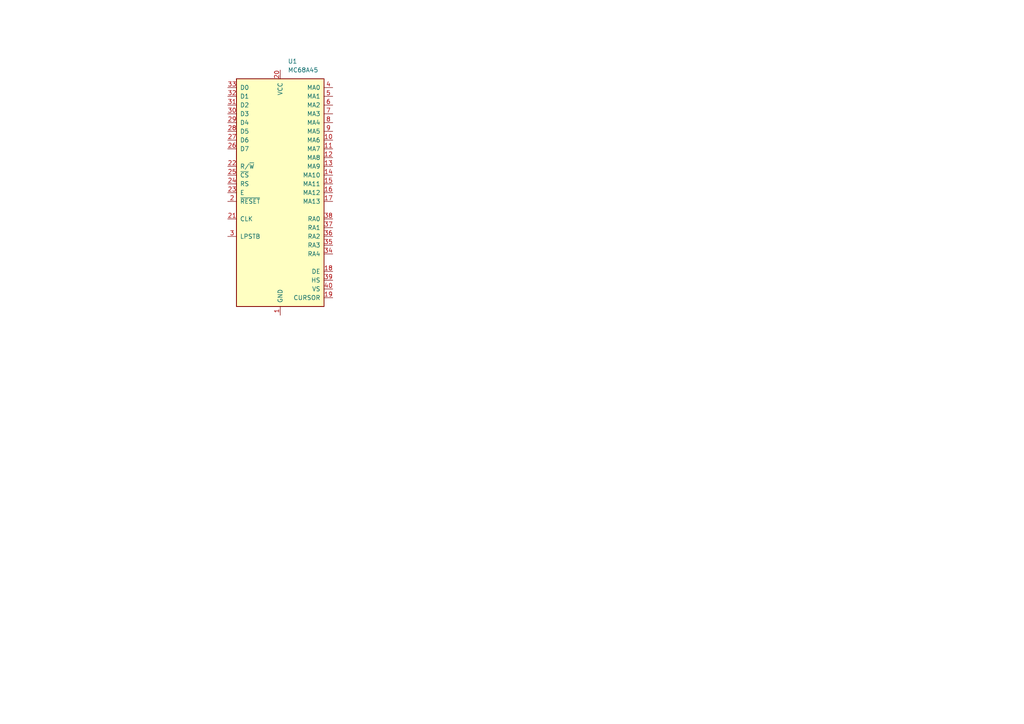
<source format=kicad_sch>
(kicad_sch (version 20231120) (generator "eeschema") (generator_version "8.0")
  (paper "A4")
  (lib_symbols
    (symbol "GPU:MC68A45" (pin_names (offset 1.016))
      (property "Reference" "U" (at -10.16 34.29 0))
      (property "Value" "MC68A45" (at 12.7 34.29 0))
      (symbol "MC68A45_0_1"
        (rectangle (start -12.7 -33.02) (end 12.7 33.02) (stroke (width 0.254)) (fill (type background)))
      )
      (symbol "MC68A45_1_1"
        (pin power_in line (at 0 -35.56 90) (length 2.54) (name "GND") (number "1"))
        (pin output line (at 15.24 15.24 180) (length 2.54) (name "MA6") (number "10"))
        (pin output line (at 15.24 12.7 180) (length 2.54) (name "MA7") (number "11"))
        (pin output line (at 15.24 10.16 180) (length 2.54) (name "MA8") (number "12"))
        (pin output line (at 15.24 7.62 180) (length 2.54) (name "MA9") (number "13"))
        (pin output line (at 15.24 5.08 180) (length 2.54) (name "MA10") (number "14"))
        (pin output line (at 15.24 2.54 180) (length 2.54) (name "MA11") (number "15"))
        (pin output line (at 15.24 0 180) (length 2.54) (name "MA12") (number "16"))
        (pin output line (at 15.24 -2.54 180) (length 2.54) (name "MA13") (number "17"))
        (pin output line (at 15.24 -22.86 180) (length 2.54) (name "DE") (number "18"))
        (pin output line (at 15.24 -30.48 180) (length 2.54) (name "CURSOR") (number "19"))
        (pin input line (at -15.24 -2.54 0) (length 2.54) (name "~{RESET}") (number "2"))
        (pin power_in line (at 0 35.56 270) (length 2.54) (name "VCC") (number "20"))
        (pin input line (at -15.24 -7.62 0) (length 2.54) (name "CLK") (number "21"))
        (pin input line (at -15.24 7.62 0) (length 2.54) (name "R/~{W}") (number "22"))
        (pin input line (at -15.24 0 0) (length 2.54) (name "E") (number "23"))
        (pin input line (at -15.24 2.54 0) (length 2.54) (name "RS") (number "24"))
        (pin input line (at -15.24 5.08 0) (length 2.54) (name "~{CS}") (number "25"))
        (pin bidirectional line (at -15.24 12.7 0) (length 2.54) (name "D7") (number "26"))
        (pin bidirectional line (at -15.24 15.24 0) (length 2.54) (name "D6") (number "27"))
        (pin bidirectional line (at -15.24 17.78 0) (length 2.54) (name "D5") (number "28"))
        (pin bidirectional line (at -15.24 20.32 0) (length 2.54) (name "D4") (number "29"))
        (pin input line (at -15.24 -12.7 0) (length 2.54) (name "LPSTB") (number "3"))
        (pin bidirectional line (at -15.24 22.86 0) (length 2.54) (name "D3") (number "30"))
        (pin bidirectional line (at -15.24 25.4 0) (length 2.54) (name "D2") (number "31"))
        (pin bidirectional line (at -15.24 27.94 0) (length 2.54) (name "D1") (number "32"))
        (pin bidirectional line (at -15.24 30.48 0) (length 2.54) (name "D0") (number "33"))
        (pin output line (at 15.24 -17.78 180) (length 2.54) (name "RA4") (number "34"))
        (pin output line (at 15.24 -15.24 180) (length 2.54) (name "RA3") (number "35"))
        (pin output line (at 15.24 -12.7 180) (length 2.54) (name "RA2") (number "36"))
        (pin output line (at 15.24 -10.16 180) (length 2.54) (name "RA1") (number "37"))
        (pin output line (at 15.24 -7.62 180) (length 2.54) (name "RA0") (number "38"))
        (pin output line (at 15.24 -25.4 180) (length 2.54) (name "HS") (number "39"))
        (pin output line (at 15.24 30.48 180) (length 2.54) (name "MA0") (number "4"))
        (pin output line (at 15.24 -27.94 180) (length 2.54) (name "VS") (number "40"))
        (pin output line (at 15.24 27.94 180) (length 2.54) (name "MA1") (number "5"))
        (pin output line (at 15.24 25.4 180) (length 2.54) (name "MA2") (number "6"))
        (pin output line (at 15.24 22.86 180) (length 2.54) (name "MA3") (number "7"))
        (pin output line (at 15.24 20.32 180) (length 2.54) (name "MA4") (number "8"))
        (pin output line (at 15.24 17.78 180) (length 2.54) (name "MA5") (number "9"))
      )
    )
  )
  (symbol (lib_id "GPU:MC68A45") (at 81.28 55.88 0) (unit 1)
    (property "Reference" "U1" (at 83.4741 17.78 0) (effects (justify left)))
    (property "Value" "MC68A45" (at 83.4741 20.32 0) (effects (justify left)))
    (property "Footprint" "Package_DIP:DIP-40_W15.24mm" (effects (hide yes)))
    (property "Datasheet" "http://pdf.datasheetcatalog.com/datasheet_pdf/motorola/MC6845L_and_MC6845P.pdf" (effects (hide yes)))
    (property "Description" "CRT Controller 1.5MHz, DIP-40" (effects (hide yes)))
  )
)
</source>
